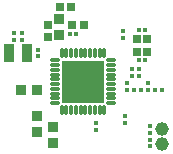
<source format=gts>
G04*
G04 #@! TF.GenerationSoftware,Altium Limited,Altium Designer,19.0.15 (446)*
G04*
G04 Layer_Color=8388736*
%FSLAX24Y24*%
%MOIN*%
G70*
G01*
G75*
%ADD29R,0.0146X0.0157*%
%ADD30R,0.0166X0.0178*%
%ADD31R,0.0178X0.0166*%
%ADD32R,0.0277X0.0316*%
%ADD33R,0.0296X0.0257*%
%ADD34R,0.0316X0.0257*%
%ADD35R,0.0375X0.0355*%
%ADD36R,0.0355X0.0611*%
%ADD37R,0.0355X0.0375*%
%ADD38R,0.0257X0.0296*%
%ADD39R,0.1438X0.1438*%
%ADD40O,0.0139X0.0395*%
%ADD41O,0.0395X0.0139*%
%ADD42C,0.0454*%
%ADD43C,0.0300*%
D29*
X1852Y185D02*
D03*
X1628D02*
D03*
D30*
X1852Y415D02*
D03*
X1628D02*
D03*
X1858Y715D02*
D03*
X2082D02*
D03*
X2082Y1715D02*
D03*
X1858D02*
D03*
X-447Y1600D02*
D03*
X-223D02*
D03*
X2408Y-276D02*
D03*
X2632D02*
D03*
X1699D02*
D03*
X1923D02*
D03*
D31*
X1339Y1697D02*
D03*
Y1472D02*
D03*
X423Y-1608D02*
D03*
Y-1384D02*
D03*
X1417Y-1372D02*
D03*
Y-1148D02*
D03*
X2244Y-1717D02*
D03*
Y-1492D02*
D03*
Y-2159D02*
D03*
Y-1935D02*
D03*
X-1516Y1067D02*
D03*
Y843D02*
D03*
X1457Y-270D02*
D03*
Y-45D02*
D03*
X-2283Y1608D02*
D03*
Y1384D02*
D03*
X-2047Y1608D02*
D03*
Y1384D02*
D03*
X2165Y-270D02*
D03*
Y-45D02*
D03*
D32*
X1803Y979D02*
D03*
X2137D02*
D03*
Y1431D02*
D03*
X1803Y1431D02*
D03*
D33*
X29Y1876D02*
D03*
X-364D02*
D03*
D34*
X-778Y2480D02*
D03*
X-404D02*
D03*
D35*
X-787Y2077D02*
D03*
Y1545D02*
D03*
X-1535Y-1152D02*
D03*
Y-1683D02*
D03*
X-984Y-1506D02*
D03*
Y-2037D02*
D03*
D36*
X-1880Y945D02*
D03*
X-2451D02*
D03*
D37*
X-1545Y-276D02*
D03*
X-2077D02*
D03*
D38*
X-1181Y1890D02*
D03*
Y1496D02*
D03*
D39*
X0Y0D02*
D03*
D40*
X-709Y945D02*
D03*
X-551D02*
D03*
X-394D02*
D03*
X-236D02*
D03*
X-79D02*
D03*
X79D02*
D03*
X236D02*
D03*
X394D02*
D03*
X551D02*
D03*
X709D02*
D03*
Y-945D02*
D03*
X551D02*
D03*
X394D02*
D03*
X236D02*
D03*
X79D02*
D03*
X-79D02*
D03*
X-236D02*
D03*
X-394D02*
D03*
X-551D02*
D03*
X-709D02*
D03*
D41*
X945Y709D02*
D03*
Y551D02*
D03*
Y394D02*
D03*
Y236D02*
D03*
Y79D02*
D03*
Y-79D02*
D03*
Y-236D02*
D03*
Y-394D02*
D03*
Y-551D02*
D03*
Y-709D02*
D03*
X-945D02*
D03*
Y-551D02*
D03*
Y-394D02*
D03*
Y-236D02*
D03*
Y-79D02*
D03*
Y79D02*
D03*
Y236D02*
D03*
Y394D02*
D03*
Y551D02*
D03*
Y709D02*
D03*
D42*
X2638Y-1561D02*
D03*
Y-2061D02*
D03*
D43*
X433Y-433D02*
D03*
X0D02*
D03*
X-433D02*
D03*
X433Y0D02*
D03*
X0D02*
D03*
X-433D02*
D03*
X433Y433D02*
D03*
X0D02*
D03*
X-433D02*
D03*
M02*

</source>
